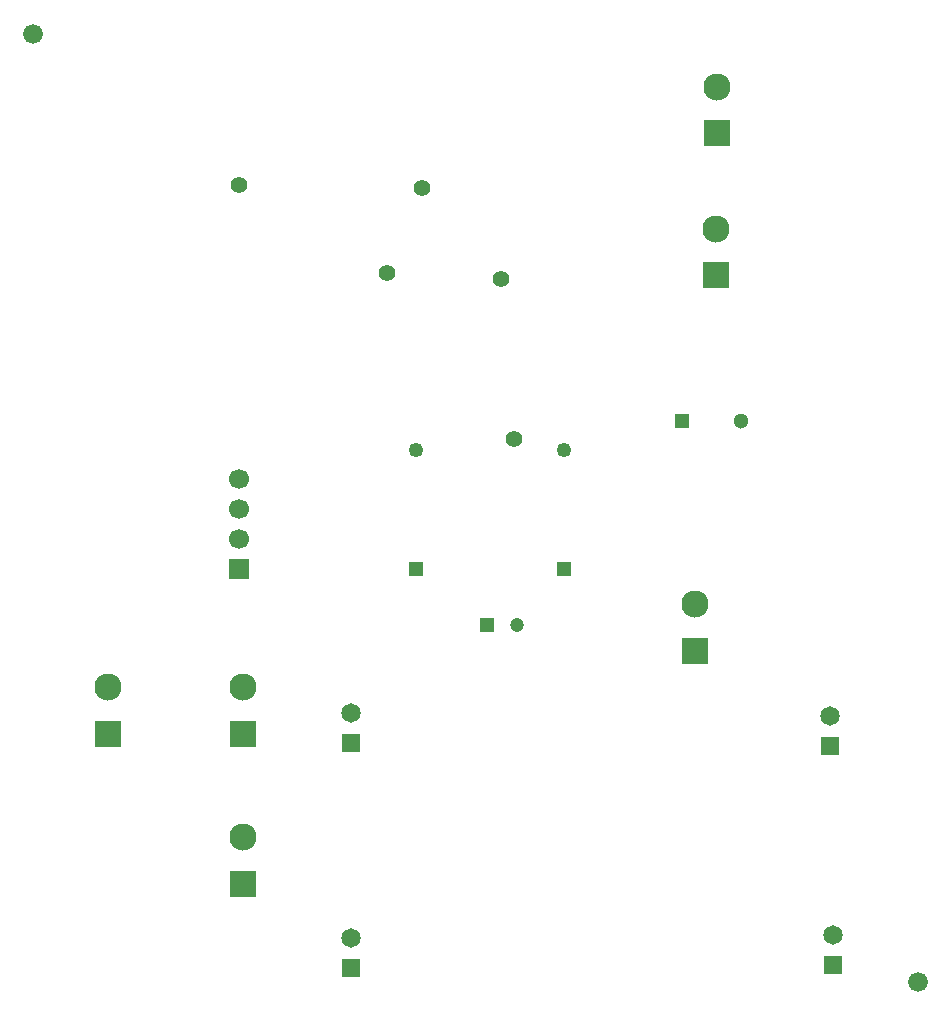
<source format=gbr>
G04*
G04 #@! TF.GenerationSoftware,Altium Limited,Altium Designer,22.4.2 (48)*
G04*
G04 Layer_Color=16711935*
%FSLAX25Y25*%
%MOIN*%
G70*
G04*
G04 #@! TF.SameCoordinates,D1C75A00-648E-4898-854E-167750E82D76*
G04*
G04*
G04 #@! TF.FilePolarity,Negative*
G04*
G01*
G75*
%ADD20R,0.09055X0.09055*%
%ADD21C,0.09055*%
%ADD22C,0.06496*%
%ADD23R,0.06496X0.06496*%
%ADD24C,0.04921*%
%ADD25R,0.04921X0.04921*%
%ADD26C,0.04724*%
%ADD27R,0.04724X0.04724*%
%ADD28C,0.05118*%
%ADD29R,0.05118X0.05118*%
%ADD30R,0.06693X0.06693*%
%ADD31C,0.06693*%
%ADD32C,0.06591*%
%ADD33C,0.05591*%
D20*
X237598Y245374D02*
D03*
X237992Y292697D02*
D03*
X230709Y120157D02*
D03*
X80118Y42401D02*
D03*
X34843Y92598D02*
D03*
X80118Y92598D02*
D03*
D21*
X237598Y260965D02*
D03*
X237992Y308287D02*
D03*
X230709Y135748D02*
D03*
X80118Y57992D02*
D03*
X34843Y108189D02*
D03*
X80118Y108189D02*
D03*
D22*
X275590Y98425D02*
D03*
X276575Y25591D02*
D03*
X116142Y99410D02*
D03*
Y24606D02*
D03*
D23*
X275590Y88425D02*
D03*
X276575Y15590D02*
D03*
X116142Y89410D02*
D03*
Y14606D02*
D03*
D24*
X137795Y187008D02*
D03*
X187008D02*
D03*
D25*
X137795Y147638D02*
D03*
X187008D02*
D03*
D26*
X171260Y128937D02*
D03*
D27*
X161417D02*
D03*
D28*
X246063Y196850D02*
D03*
D29*
X226378D02*
D03*
D30*
X78740Y147480D02*
D03*
D31*
Y157480D02*
D03*
Y167480D02*
D03*
Y177480D02*
D03*
D32*
X9843Y325787D02*
D03*
X305118Y9843D02*
D03*
D33*
X170276Y190945D02*
D03*
X78740Y275590D02*
D03*
X139764Y274606D02*
D03*
X127953Y246063D02*
D03*
X166095Y244175D02*
D03*
M02*

</source>
